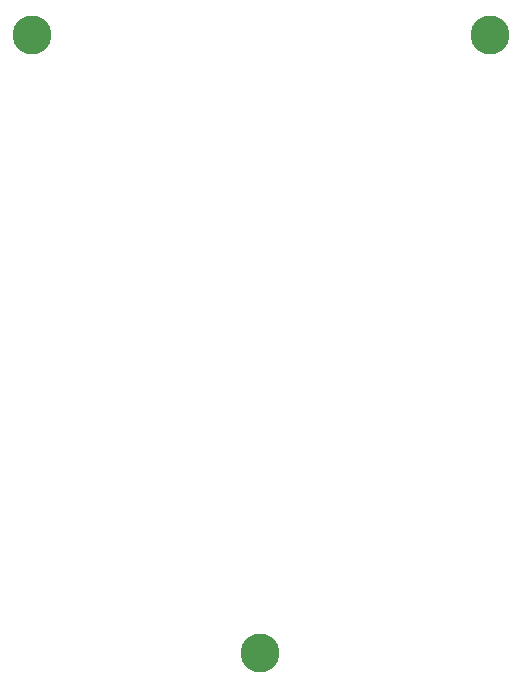
<source format=gbs>
G04 #@! TF.GenerationSoftware,KiCad,Pcbnew,(6.0.1-0)*
G04 #@! TF.CreationDate,2022-03-11T23:22:38+01:00*
G04 #@! TF.ProjectId,LidPCB,4c696450-4342-42e6-9b69-6361645f7063,rev?*
G04 #@! TF.SameCoordinates,Original*
G04 #@! TF.FileFunction,Soldermask,Bot*
G04 #@! TF.FilePolarity,Negative*
%FSLAX46Y46*%
G04 Gerber Fmt 4.6, Leading zero omitted, Abs format (unit mm)*
G04 Created by KiCad (PCBNEW (6.0.1-0)) date 2022-03-11 23:22:38*
%MOMM*%
%LPD*%
G01*
G04 APERTURE LIST*
%ADD10C,3.300000*%
G04 APERTURE END LIST*
D10*
X121570000Y-65050000D03*
X140870000Y-117350000D03*
X160360000Y-65040000D03*
M02*

</source>
